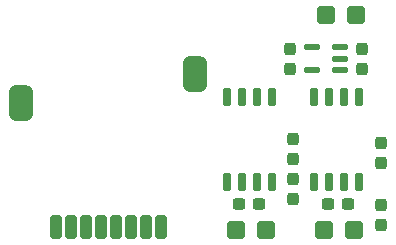
<source format=gbr>
%TF.GenerationSoftware,KiCad,Pcbnew,(7.0.0)*%
%TF.CreationDate,2023-07-18T11:01:11+08:00*%
%TF.ProjectId,Board_Car_V0_3,426f6172-645f-4436-9172-5f56305f332e,rev?*%
%TF.SameCoordinates,Original*%
%TF.FileFunction,Paste,Bot*%
%TF.FilePolarity,Positive*%
%FSLAX46Y46*%
G04 Gerber Fmt 4.6, Leading zero omitted, Abs format (unit mm)*
G04 Created by KiCad (PCBNEW (7.0.0)) date 2023-07-18 11:01:11*
%MOMM*%
%LPD*%
G01*
G04 APERTURE LIST*
G04 Aperture macros list*
%AMRoundRect*
0 Rectangle with rounded corners*
0 $1 Rounding radius*
0 $2 $3 $4 $5 $6 $7 $8 $9 X,Y pos of 4 corners*
0 Add a 4 corners polygon primitive as box body*
4,1,4,$2,$3,$4,$5,$6,$7,$8,$9,$2,$3,0*
0 Add four circle primitives for the rounded corners*
1,1,$1+$1,$2,$3*
1,1,$1+$1,$4,$5*
1,1,$1+$1,$6,$7*
1,1,$1+$1,$8,$9*
0 Add four rect primitives between the rounded corners*
20,1,$1+$1,$2,$3,$4,$5,0*
20,1,$1+$1,$4,$5,$6,$7,0*
20,1,$1+$1,$6,$7,$8,$9,0*
20,1,$1+$1,$8,$9,$2,$3,0*%
G04 Aperture macros list end*
%ADD10RoundRect,0.237500X0.237500X-0.300000X0.237500X0.300000X-0.237500X0.300000X-0.237500X-0.300000X0*%
%ADD11RoundRect,0.137500X0.525000X0.137500X-0.525000X0.137500X-0.525000X-0.137500X0.525000X-0.137500X0*%
%ADD12RoundRect,0.250000X0.250000X0.750000X-0.250000X0.750000X-0.250000X-0.750000X0.250000X-0.750000X0*%
%ADD13RoundRect,0.500000X0.500000X1.000000X-0.500000X1.000000X-0.500000X-1.000000X0.500000X-1.000000X0*%
%ADD14RoundRect,0.150000X0.150000X-0.650000X0.150000X0.650000X-0.150000X0.650000X-0.150000X-0.650000X0*%
%ADD15RoundRect,0.400000X0.400000X0.400000X-0.400000X0.400000X-0.400000X-0.400000X0.400000X-0.400000X0*%
%ADD16RoundRect,0.237500X-0.237500X0.300000X-0.237500X-0.300000X0.237500X-0.300000X0.237500X0.300000X0*%
%ADD17RoundRect,0.237500X0.300000X0.237500X-0.300000X0.237500X-0.300000X-0.237500X0.300000X-0.237500X0*%
G04 APERTURE END LIST*
D10*
%TO.C,C4*%
X69977000Y-109574500D03*
X69977000Y-107849500D03*
%TD*%
D11*
%TO.C,U1*%
X73971000Y-100142000D03*
X73971000Y-101092000D03*
X73971000Y-102042000D03*
X71571000Y-102042000D03*
X71571000Y-100142000D03*
%TD*%
D12*
%TO.C,U7*%
X58801000Y-115354000D03*
X57531000Y-115354000D03*
X56261000Y-115354000D03*
X54991000Y-115354000D03*
X53721000Y-115354000D03*
X52451000Y-115354000D03*
X51181000Y-115354000D03*
X49911000Y-115354000D03*
D13*
X46990000Y-104854000D03*
X61722000Y-102354000D03*
%TD*%
D14*
%TO.C,U4*%
X75565000Y-111550000D03*
X74295000Y-111550000D03*
X73025000Y-111550000D03*
X71755000Y-111550000D03*
X71755000Y-104350000D03*
X73025000Y-104350000D03*
X74295000Y-104350000D03*
X75565000Y-104350000D03*
%TD*%
%TO.C,U2*%
X68199000Y-111506000D03*
X66929000Y-111506000D03*
X65659000Y-111506000D03*
X64389000Y-111506000D03*
X64389000Y-104306000D03*
X65659000Y-104306000D03*
X66929000Y-104306000D03*
X68199000Y-104306000D03*
%TD*%
D15*
%TO.C,M2*%
X75184000Y-115570000D03*
X72644000Y-115570000D03*
%TD*%
%TO.C,M1*%
X67691000Y-115570000D03*
X65151000Y-115570000D03*
%TD*%
%TO.C,J1*%
X75311000Y-97409000D03*
X72771000Y-97409000D03*
%TD*%
D16*
%TO.C,C19*%
X69723000Y-100229500D03*
X69723000Y-101954500D03*
%TD*%
D17*
%TO.C,C10*%
X74649500Y-113411000D03*
X72924500Y-113411000D03*
%TD*%
D10*
%TO.C,C9*%
X77470000Y-109955500D03*
X77470000Y-108230500D03*
%TD*%
D16*
%TO.C,C8*%
X77470000Y-113437500D03*
X77470000Y-115162500D03*
%TD*%
D17*
%TO.C,C6*%
X67156500Y-113411000D03*
X65431500Y-113411000D03*
%TD*%
D16*
%TO.C,C5*%
X69977000Y-111278500D03*
X69977000Y-113003500D03*
%TD*%
%TO.C,C3*%
X75819000Y-100229500D03*
X75819000Y-101954500D03*
%TD*%
M02*

</source>
